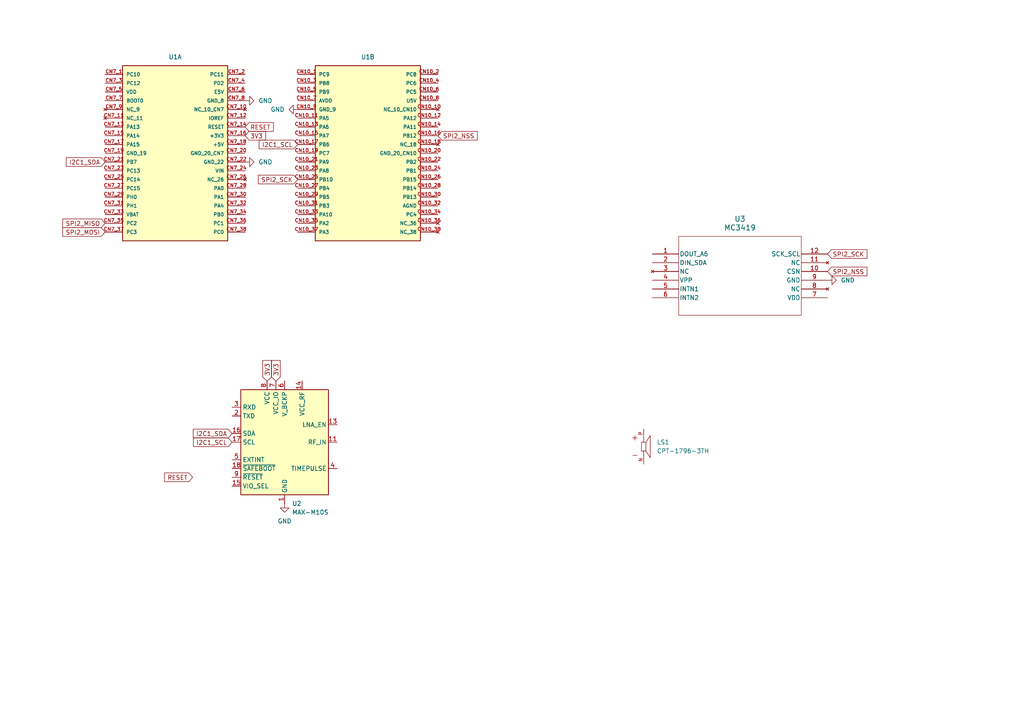
<source format=kicad_sch>
(kicad_sch (version 20250114) (generator "eeschema") (generator_version "9.0")
  (paper "A4")
  (lib_symbols
    (symbol "CPT-1796-3TH:CPT-1796-3TH" (pin_names (offset 1.016))
      (property "Reference" "LS" (at -3.8237 8.922 0))
      (property "Value" "CPT-1796-3TH" (at -3.8225 -11.4677 0))
      (symbol "CPT-1796-3TH_0_0"
        (polyline (pts (xy -3.175 2.54) (xy -1.905 2.54)) (stroke (width 0.1524)))
        (polyline (pts (xy -3.175 -2.54) (xy -1.905 -2.54)) (stroke (width 0.1524)))
        (polyline (pts (xy -2.54 3.175) (xy -2.54 1.905)) (stroke (width 0.1524)))
        (polyline (pts (xy -0.635 1.27) (xy 0 1.27)) (stroke (width 0.1524)))
        (polyline (pts (xy -0.635 -1.27) (xy -0.635 1.27)) (stroke (width 0.1524)))
        (polyline (pts (xy 0 1.27) (xy 0 2.54)) (stroke (width 0.1524)))
        (polyline (pts (xy 0 1.27) (xy 0.635 1.27)) (stroke (width 0.1524)))
        (polyline (pts (xy 0 -1.27) (xy -0.635 -1.27)) (stroke (width 0.1524)))
        (polyline (pts (xy 0 -1.27) (xy 0 -2.54)) (stroke (width 0.1524)))
        (polyline (pts (xy 0.635 1.27) (xy 0.635 -1.27)) (stroke (width 0.1524)))
        (polyline (pts (xy 0.635 1.27) (xy 1.905 3.175)) (stroke (width 0.1524)))
        (polyline (pts (xy 0.635 -1.27) (xy 0 -1.27)) (stroke (width 0.1524)))
        (polyline (pts (xy 1.905 3.175) (xy 1.905 -3.175)) (stroke (width 0.1524)))
        (polyline (pts (xy 1.905 -3.175) (xy 0.635 -1.27)) (stroke (width 0.1524)))
        (pin passive line (at 0 5.08 270) (length 2.54) (name "~") (number "P"))
        (pin passive line (at 0 -5.08 90) (length 2.54) (name "~") (number "N"))
      )
    )
    (symbol "MC3419:MC3419" (pin_names (offset 0.254))
      (property "Reference" "U" (at 25.4 10.16 0))
      (property "Value" "MC3419" (at 25.4 7.62 0))
      (symbol "MC3419_0_1"
        (polyline (pts (xy 7.62 5.08) (xy 7.62 -17.78)) (stroke (width 0.127)))
        (polyline (pts (xy 7.62 -17.78) (xy 43.18 -17.78)) (stroke (width 0.127)))
        (polyline (pts (xy 43.18 5.08) (xy 7.62 5.08)) (stroke (width 0.127)))
        (polyline (pts (xy 43.18 -17.78) (xy 43.18 5.08)) (stroke (width 0.127)))
        (pin bidirectional line (at 0 0 0) (length 7.62) (name "DOUT_A6") (number "1"))
        (pin bidirectional line (at 0 -2.54 0) (length 7.62) (name "DIN_SDA") (number "2"))
        (pin no_connect line (at 0 -5.08 0) (length 7.62) (name "NC") (number "3"))
        (pin power_in line (at 0 -7.62 0) (length 7.62) (name "VPP") (number "4"))
        (pin output line (at 0 -10.16 0) (length 7.62) (name "INTN1") (number "5"))
        (pin output line (at 0 -12.7 0) (length 7.62) (name "INTN2") (number "6"))
        (pin input line (at 50.8 0 180) (length 7.62) (name "SCK_SCL") (number "12"))
        (pin no_connect line (at 50.8 -2.54 180) (length 7.62) (name "NC") (number "11"))
        (pin input line (at 50.8 -5.08 180) (length 7.62) (name "CSN") (number "10"))
        (pin power_out line (at 50.8 -7.62 180) (length 7.62) (name "GND") (number "9"))
        (pin no_connect line (at 50.8 -10.16 180) (length 7.62) (name "NC") (number "8"))
        (pin power_in line (at 50.8 -12.7 180) (length 7.62) (name "VDD") (number "7"))
      )
    )
    (symbol "NUCLEO-F411RE:NUCLEO-F411RE" (pin_names (offset 1.016))
      (property "Reference" "U" (at -15.24 25.908 0))
      (symbol "NUCLEO-F411RE_1_0"
        (rectangle (start -15.24 25.4) (end 15.24 -25.4) (stroke (width 0.254)) (fill (type background)))
        (pin bidirectional line (at -20.32 22.86 0) (length 5.08) (name "PC10") (number "CN7_1"))
        (pin bidirectional line (at -20.32 20.32 0) (length 5.08) (name "PC12") (number "CN7_3"))
        (pin power_in line (at -20.32 17.78 0) (length 5.08) (name "VDD") (number "CN7_5"))
        (pin bidirectional line (at -20.32 15.24 0) (length 5.08) (name "BOOT0") (number "CN7_7"))
        (pin no_connect line (at -20.32 12.7 0) (length 5.08) (name "NC_9") (number "CN7_9"))
        (pin no_connect line (at -20.32 10.16 0) (length 5.08) (name "NC_11") (number "CN7_11"))
        (pin bidirectional line (at -20.32 7.62 0) (length 5.08) (name "PA13") (number "CN7_13"))
        (pin bidirectional line (at -20.32 5.08 0) (length 5.08) (name "PA14") (number "CN7_15"))
        (pin bidirectional line (at -20.32 2.54 0) (length 5.08) (name "PA15") (number "CN7_17"))
        (pin power_in line (at -20.32 0 0) (length 5.08) (name "GND_19") (number "CN7_19"))
        (pin bidirectional line (at -20.32 -2.54 0) (length 5.08) (name "PB7") (number "CN7_21"))
        (pin bidirectional line (at -20.32 -5.08 0) (length 5.08) (name "PC13") (number "CN7_23"))
        (pin bidirectional line (at -20.32 -7.62 0) (length 5.08) (name "PC14") (number "CN7_25"))
        (pin bidirectional line (at -20.32 -10.16 0) (length 5.08) (name "PC15") (number "CN7_27"))
        (pin bidirectional line (at -20.32 -12.7 0) (length 5.08) (name "PH0") (number "CN7_29"))
        (pin bidirectional line (at -20.32 -15.24 0) (length 5.08) (name "PH1") (number "CN7_31"))
        (pin power_in line (at -20.32 -17.78 0) (length 5.08) (name "VBAT") (number "CN7_33"))
        (pin bidirectional line (at -20.32 -20.32 0) (length 5.08) (name "PC2") (number "CN7_35"))
        (pin bidirectional line (at -20.32 -22.86 0) (length 5.08) (name "PC3") (number "CN7_37"))
        (pin bidirectional line (at 20.32 22.86 180) (length 5.08) (name "PC11") (number "CN7_2"))
        (pin bidirectional line (at 20.32 20.32 180) (length 5.08) (name "PD2") (number "CN7_4"))
        (pin power_in line (at 20.32 17.78 180) (length 5.08) (name "E5V") (number "CN7_6"))
        (pin power_in line (at 20.32 15.24 180) (length 5.08) (name "GND_8") (number "CN7_8"))
        (pin no_connect line (at 20.32 12.7 180) (length 5.08) (name "NC_10_CN7") (number "CN7_10"))
        (pin bidirectional line (at 20.32 10.16 180) (length 5.08) (name "IOREF") (number "CN7_12"))
        (pin bidirectional line (at 20.32 7.62 180) (length 5.08) (name "RESET") (number "CN7_14"))
        (pin power_in line (at 20.32 5.08 180) (length 5.08) (name "+3V3") (number "CN7_16"))
        (pin power_in line (at 20.32 2.54 180) (length 5.08) (name "+5V") (number "CN7_18"))
        (pin power_in line (at 20.32 0 180) (length 5.08) (name "GND_20_CN7") (number "CN7_20"))
        (pin power_in line (at 20.32 -2.54 180) (length 5.08) (name "GND_22") (number "CN7_22"))
        (pin bidirectional line (at 20.32 -5.08 180) (length 5.08) (name "VIN") (number "CN7_24"))
        (pin no_connect line (at 20.32 -7.62 180) (length 5.08) (name "NC_26") (number "CN7_26"))
        (pin bidirectional line (at 20.32 -10.16 180) (length 5.08) (name "PA0") (number "CN7_28"))
        (pin bidirectional line (at 20.32 -12.7 180) (length 5.08) (name "PA1") (number "CN7_30"))
        (pin bidirectional line (at 20.32 -15.24 180) (length 5.08) (name "PA4") (number "CN7_32"))
        (pin bidirectional line (at 20.32 -17.78 180) (length 5.08) (name "PB0") (number "CN7_34"))
        (pin bidirectional line (at 20.32 -20.32 180) (length 5.08) (name "PC1") (number "CN7_36"))
        (pin bidirectional line (at 20.32 -22.86 180) (length 5.08) (name "PC0") (number "CN7_38"))
      )
      (symbol "NUCLEO-F411RE_2_0"
        (rectangle (start -15.24 -25.4) (end 15.24 25.4) (stroke (width 0.254)) (fill (type background)))
        (pin bidirectional line (at -20.32 22.86 0) (length 5.08) (name "PC9") (number "CN10_1"))
        (pin bidirectional line (at -20.32 20.32 0) (length 5.08) (name "PB8") (number "CN10_3"))
        (pin bidirectional line (at -20.32 17.78 0) (length 5.08) (name "PB9") (number "CN10_5"))
        (pin power_in line (at -20.32 15.24 0) (length 5.08) (name "AVDD") (number "CN10_7"))
        (pin power_in line (at -20.32 12.7 0) (length 5.08) (name "GND_9") (number "CN10_9"))
        (pin bidirectional line (at -20.32 10.16 0) (length 5.08) (name "PA5") (number "CN10_11"))
        (pin bidirectional line (at -20.32 7.62 0) (length 5.08) (name "PA6") (number "CN10_13"))
        (pin bidirectional line (at -20.32 5.08 0) (length 5.08) (name "PA7") (number "CN10_15"))
        (pin bidirectional line (at -20.32 2.54 0) (length 5.08) (name "PB6") (number "CN10_17"))
        (pin bidirectional line (at -20.32 0 0) (length 5.08) (name "PC7") (number "CN10_19"))
        (pin bidirectional line (at -20.32 -2.54 0) (length 5.08) (name "PA9") (number "CN10_21"))
        (pin bidirectional line (at -20.32 -5.08 0) (length 5.08) (name "PA8") (number "CN10_23"))
        (pin bidirectional line (at -20.32 -7.62 0) (length 5.08) (name "PB10") (number "CN10_25"))
        (pin bidirectional line (at -20.32 -10.16 0) (length 5.08) (name "PB4") (number "CN10_27"))
        (pin bidirectional line (at -20.32 -12.7 0) (length 5.08) (name "PB5") (number "CN10_29"))
        (pin bidirectional line (at -20.32 -15.24 0) (length 5.08) (name "PB3") (number "CN10_31"))
        (pin bidirectional line (at -20.32 -17.78 0) (length 5.08) (name "PA10") (number "CN10_33"))
        (pin bidirectional line (at -20.32 -20.32 0) (length 5.08) (name "PA2") (number "CN10_35"))
        (pin bidirectional line (at -20.32 -22.86 0) (length 5.08) (name "PA3") (number "CN10_37"))
        (pin bidirectional line (at 20.32 22.86 180) (length 5.08) (name "PC8") (number "CN10_2"))
        (pin bidirectional line (at 20.32 20.32 180) (length 5.08) (name "PC6") (number "CN10_4"))
        (pin bidirectional line (at 20.32 17.78 180) (length 5.08) (name "PC5") (number "CN10_6"))
        (pin power_in line (at 20.32 15.24 180) (length 5.08) (name "U5V") (number "CN10_8"))
        (pin no_connect line (at 20.32 12.7 180) (length 5.08) (name "NC_10_CN10") (number "CN10_10"))
        (pin bidirectional line (at 20.32 10.16 180) (length 5.08) (name "PA12") (number "CN10_12"))
        (pin bidirectional line (at 20.32 7.62 180) (length 5.08) (name "PA11") (number "CN10_14"))
        (pin bidirectional line (at 20.32 5.08 180) (length 5.08) (name "PB12") (number "CN10_16"))
        (pin no_connect line (at 20.32 2.54 180) (length 5.08) (name "NC_18") (number "CN10_18"))
        (pin power_in line (at 20.32 0 180) (length 5.08) (name "GND_20_CN10") (number "CN10_20"))
        (pin bidirectional line (at 20.32 -2.54 180) (length 5.08) (name "PB2") (number "CN10_22"))
        (pin bidirectional line (at 20.32 -5.08 180) (length 5.08) (name "PB1") (number "CN10_24"))
        (pin bidirectional line (at 20.32 -7.62 180) (length 5.08) (name "PB15") (number "CN10_26"))
        (pin bidirectional line (at 20.32 -10.16 180) (length 5.08) (name "PB14") (number "CN10_28"))
        (pin bidirectional line (at 20.32 -12.7 180) (length 5.08) (name "PB13") (number "CN10_30"))
        (pin power_in line (at 20.32 -15.24 180) (length 5.08) (name "AGND") (number "CN10_32"))
        (pin bidirectional line (at 20.32 -17.78 180) (length 5.08) (name "PC4") (number "CN10_34"))
        (pin no_connect line (at 20.32 -20.32 180) (length 5.08) (name "NC_36") (number "CN10_36"))
        (pin no_connect line (at 20.32 -22.86 180) (length 5.08) (name "NC_38") (number "CN10_38"))
      )
    )
    (symbol "RF_GPS:MAX-M10S"
      (property "Reference" "U" (at -10.16 16.51 0))
      (property "Value" "MAX-M10S" (at 11.43 16.51 0))
      (symbol "MAX-M10S_0_1"
        (rectangle (start 12.7 15.24) (end -12.7 -15.24) (stroke (width 0.254)) (fill (type background)))
      )
      (symbol "MAX-M10S_1_1"
        (pin input line (at -15.24 10.16 0) (length 2.54) (name "RXD") (number "3"))
        (pin output line (at -15.24 7.62 0) (length 2.54) (name "TXD") (number "2"))
        (pin bidirectional line (at -15.24 2.54 0) (length 2.54) (name "SDA") (number "16"))
        (pin input line (at -15.24 0 0) (length 2.54) (name "SCL") (number "17"))
        (pin input line (at -15.24 -5.08 0) (length 2.54) (name "EXTINT") (number "5"))
        (pin input line (at -15.24 -7.62 0) (length 2.54) (name "~{SAFEBOOT}") (number "18"))
        (pin input line (at -15.24 -10.16 0) (length 2.54) (name "~{RESET}") (number "9"))
        (pin input line (at -15.24 -12.7 0) (length 2.54) (name "VIO_SEL") (number "15"))
        (pin power_in line (at -5.08 17.78 270) (length 2.54) (name "VCC") (number "8"))
        (pin power_in line (at -2.54 17.78 270) (length 2.54) (name "VCC_IO") (number "7"))
        (pin power_in line (at 0 17.78 270) (length 2.54) (name "V_BCKP") (number "6"))
        (pin power_in line (at 0 -17.78 90) (length 2.54) (name "GND") (number "1"))
        (pin passive line (at 0 -17.78 90) (length 2.54) (hide yes) (name "GND") (number "10"))
        (pin passive line (at 0 -17.78 90) (length 2.54) (hide yes) (name "GND") (number "12"))
        (pin power_out line (at 5.08 17.78 270) (length 2.54) (name "VCC_RF") (number "14"))
        (pin output line (at 15.24 5.08 180) (length 2.54) (name "LNA_EN") (number "13"))
        (pin input line (at 15.24 0 180) (length 2.54) (name "RF_IN") (number "11"))
        (pin output line (at 15.24 -7.62 180) (length 2.54) (name "TIMEPULSE") (number "4"))
      )
    )
    (symbol "power:GND" (power) (pin_numbers (hide yes)) (pin_names (offset 0) (hide yes))
      (property "Value" "GND" (at 0 -3.81 0))
      (symbol "GND_0_1"
        (polyline (pts (xy 0 0) (xy 0 -1.27) (xy 1.27 -1.27) (xy 0 -2.54) (xy -1.27 -1.27) (xy 0 -1.27)))
      )
      (symbol "GND_1_1"
        (pin power_in line (at 0 0 270) (length 0) (name "~") (number "1"))
      )
    )
  )
  (global_label "3V3" (shape input) (at 80.01 110.49 90) (property "Intersheetrefs" "${INTERSHEET_REFS}" (effects (hide yes))))
  (global_label "SPI2_MOSI" (shape input) (at 30.48 67.31 180) (property "Intersheetrefs" "${INTERSHEET_REFS}" (effects (hide yes))))
  (global_label "I2C1_SDA" (shape input) (at 30.48 46.99 180) (property "Intersheetrefs" "${INTERSHEET_REFS}" (effects (hide yes))))
  (global_label "3V3" (shape input) (at 71.12 39.37 0) (property "Intersheetrefs" "${INTERSHEET_REFS}" (effects (hide yes))))
  (global_label "SPI2_NSS" (shape input) (at 127 39.37 0) (property "Intersheetrefs" "${INTERSHEET_REFS}" (effects (hide yes))))
  (global_label "I2C1_SDA" (shape input) (at 67.31 125.73 180) (property "Intersheetrefs" "${INTERSHEET_REFS}" (effects (hide yes))))
  (global_label "RESET" (shape input) (at 55.88 138.43 180) (property "Intersheetrefs" "${INTERSHEET_REFS}" (effects (hide yes))))
  (global_label "I2C1_SCL" (shape input) (at 86.36 41.91 180) (property "Intersheetrefs" "${INTERSHEET_REFS}" (effects (hide yes))))
  (global_label "SPI2_SCK" (shape input) (at 240.03 73.66 0) (property "Intersheetrefs" "${INTERSHEET_REFS}" (effects (hide yes))))
  (global_label "SPI2_MISO" (shape input) (at 30.48 64.77 180) (property "Intersheetrefs" "${INTERSHEET_REFS}" (effects (hide yes))))
  (global_label "RESET" (shape input) (at 71.12 36.83 0) (property "Intersheetrefs" "${INTERSHEET_REFS}" (effects (hide yes))))
  (global_label "SPI2_NSS" (shape input) (at 240.03 78.74 0) (property "Intersheetrefs" "${INTERSHEET_REFS}" (effects (hide yes))))
  (global_label "3V3" (shape input) (at 77.47 110.49 90) (property "Intersheetrefs" "${INTERSHEET_REFS}" (effects (hide yes))))
  (global_label "SPI2_SCK" (shape input) (at 86.36 52.07 180) (property "Intersheetrefs" "${INTERSHEET_REFS}" (effects (hide yes))))
  (global_label "I2C1_SCL" (shape input) (at 67.31 128.27 180) (property "Intersheetrefs" "${INTERSHEET_REFS}" (effects (hide yes))))
  (symbol (lib_id "MC3419:MC3419") (at 189.23 73.66 0) (unit 1)
    (property "Reference" "U3" (at 214.63 63.5 0) (effects (font (size 1.524 1.524))))
    (property "Value" "MC3419" (at 214.63 66.04 0) (effects (font (size 1.524 1.524))))
    (property "Footprint" "VLGA-12_MEM" (effects (hide yes)))
    (property "Datasheet" "MC3419" (effects (hide yes)))
  )
  (symbol (lib_id "power:GND") (at 82.55 146.05 0) (unit 1)
    (property "Reference" "#PWR04" (effects (hide yes)))
    (property "Value" "GND" (at 82.55 151.13 0))
    (property "Description" "Power symbol creates a global label with name \"GND\" , ground" (effects (hide yes)))
  )
  (symbol (lib_id "NUCLEO-F411RE:NUCLEO-F411RE") (at 106.68 44.45 0) (unit 2)
    (property "Reference" "U1" (at 106.68 16.51 0))
    (property "Value" "NUCLEO-F411RE" (effects (hide yes)))
    (property "Footprint" "NUCLEO-F411RE:BOARD_NUCLEO-F411RE" (effects (hide yes)))
    (property "Package" "None" (effects (hide yes)))
    (property "Price" "None" (effects (hide yes)))
  )
  (symbol (lib_id "power:GND") (at 240.03 81.28 90) (unit 1)
    (property "Reference" "#PWR05" (effects (hide yes)))
    (property "Value" "GND" (at 243.84 81.2799 90) (effects (justify right)))
    (property "Description" "Power symbol creates a global label with name \"GND\" , ground" (effects (hide yes)))
  )
  (symbol (lib_id "CPT-1796-3TH:CPT-1796-3TH") (at 186.69 129.54 0) (unit 1)
    (property "Reference" "LS1" (at 190.5 128.2699 0) (effects (justify left)))
    (property "Value" "CPT-1796-3TH" (at 190.5 130.8099 0) (effects (justify left)))
    (property "Footprint" "CPT-1796-3TH:SPKR_CPT-1796-3TH" (effects (hide yes)))
    (property "MF" "Same Sky" (effects (hide yes)))
    (property "MAXIMUM_PACKAGE_HEIGHT" "9.6mm" (effects (hide yes)))
    (property "CREATOR" "DIZAR" (effects (hide yes)))
    (property "Price" "None" (effects (hide yes)))
    (property "Package" "Package" (effects (hide yes)))
    (property "Check_prices" "https://www.snapeda.com/parts/CPT-1796-3TH/Same+Sky/view-part/?ref=eda" (effects (hide yes)))
    (property "STANDARD" "Manufacturer Recommendations" (effects (hide yes)))
    (property "PARTREV" "1.0" (effects (hide yes)))
    (property "SnapEDA_Link" "https://www.snapeda.com/parts/CPT-1796-3TH/Same+Sky/view-part/?ref=snap" (effects (hide yes)))
    (property "MP" "CPT-1796-3TH" (effects (hide yes)))
    (property "Description_1" "Buzzers Transducer, Externally Driven Piezo 3 V 3mA 2kHz 70dB @ 3V, 10cm Through Hole PC Pins" (effects (hide yes)))
    (property "Availability" "In Stock" (effects (hide yes)))
    (property "MANUFACTURER" "Same Sky" (effects (hide yes)))
  )
  (symbol (lib_id "power:GND") (at 71.12 29.21 90) (unit 1)
    (property "Reference" "#PWR03" (effects (hide yes)))
    (property "Value" "GND" (at 74.93 29.2099 90) (effects (justify right)))
    (property "Description" "Power symbol creates a global label with name \"GND\" , ground" (effects (hide yes)))
  )
  (symbol (lib_id "RF_GPS:MAX-M10S") (at 82.55 128.27 0) (unit 1)
    (property "Reference" "U2" (at 84.6933 146.05 0) (effects (justify left)))
    (property "Value" "MAX-M10S" (at 84.6933 148.59 0) (effects (justify left)))
    (property "Footprint" "RF_GPS:ublox_MAX" (effects (hide yes)))
    (property "Datasheet" "https://content.u-blox.com/sites/default/files/MAX-M10S_DataSheet_UBX-20035208.pdf" (effects (hide yes)))
    (property "Description" "GNSS Module MAX M10, VCC 1.65V to 3.6V" (effects (hide yes)))
  )
  (symbol (lib_id "power:GND") (at 71.12 46.99 90) (unit 1)
    (property "Reference" "#PWR02" (effects (hide yes)))
    (property "Value" "GND" (at 74.93 46.9899 90) (effects (justify right)))
    (property "Description" "Power symbol creates a global label with name \"GND\" , ground" (effects (hide yes)))
  )
  (symbol (lib_id "NUCLEO-F411RE:NUCLEO-F411RE") (at 50.8 44.45 0) (unit 1)
    (property "Reference" "U1" (at 50.8 16.51 0))
    (property "Value" "NUCLEO-F411RE" (effects (hide yes)))
    (property "Footprint" "NUCLEO-F411RE:BOARD_NUCLEO-F411RE" (effects (hide yes)))
    (property "Package" "None" (effects (hide yes)))
    (property "Price" "None" (effects (hide yes)))
  )
  (symbol (lib_id "power:GND") (at 86.36 31.75 270) (unit 1)
    (property "Reference" "#PWR01" (effects (hide yes)))
    (property "Value" "GND" (at 82.55 31.7499 90) (effects (justify right)))
    (property "Description" "Power symbol creates a global label with name \"GND\" , ground" (effects (hide yes)))
  )
)
</source>
